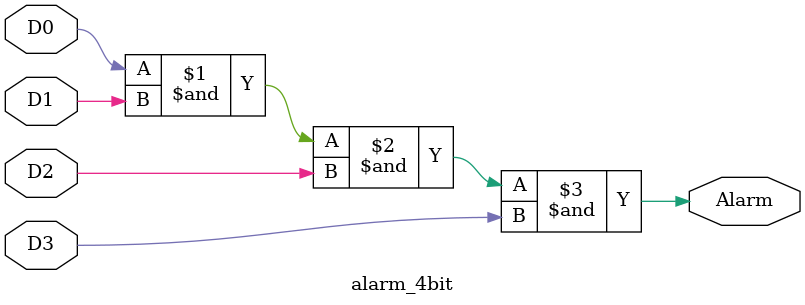
<source format=v>
module alarm_4bit (
    input wire D0, D1, D2, D3,
    output wire Alarm
);
    assign Alarm = D0 & D1 & D2 & D3;
endmodule

</source>
